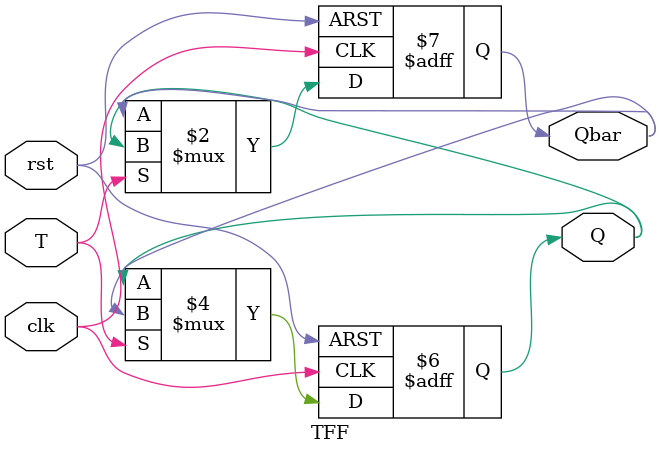
<source format=v>
module TFF(T,rst,clk,Q,Qbar);
input T,rst,clk; 
output reg Q,Qbar;

always@(posedge clk, posedge rst)
if(rst)
begin Q=0; Qbar=1; end
else
case(T)
1'b1: begin Q <= Qbar; Qbar <= Q; end
endcase
endmodule

</source>
